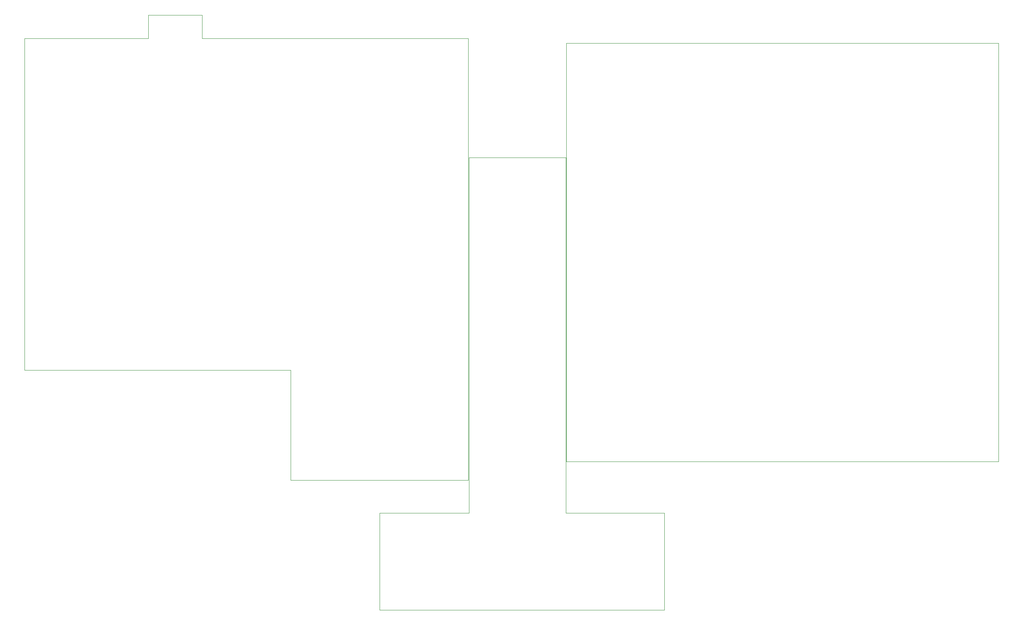
<source format=gm1>
G04 #@! TF.GenerationSoftware,KiCad,Pcbnew,8.0.4*
G04 #@! TF.CreationDate,2024-07-30T01:48:29-07:00*
G04 #@! TF.ProjectId,leverless_controller_3board,6c657665-726c-4657-9373-5f636f6e7472,rev?*
G04 #@! TF.SameCoordinates,Original*
G04 #@! TF.FileFunction,Profile,NP*
%FSLAX46Y46*%
G04 Gerber Fmt 4.6, Leading zero omitted, Abs format (unit mm)*
G04 Created by KiCad (PCBNEW 8.0.4) date 2024-07-30 01:48:29*
%MOMM*%
%LPD*%
G01*
G04 APERTURE LIST*
G04 #@! TA.AperFunction,Profile*
%ADD10C,0.100000*%
G04 #@! TD*
G04 APERTURE END LIST*
D10*
X252530000Y-26000000D02*
X252530000Y-115500000D01*
X252530000Y-115500000D02*
X160000000Y-115500000D01*
X139000000Y-25000000D02*
X139000000Y-119500000D01*
X160000000Y-26000000D02*
X160000000Y-115500000D01*
X159860000Y-126500000D02*
X181000000Y-126500000D01*
X101000000Y-96000000D02*
X44000000Y-96000000D01*
X120000000Y-147250000D02*
X181000000Y-147250000D01*
X101000000Y-119500000D02*
X101000000Y-96000000D01*
X82000000Y-25000000D02*
X82000000Y-20000000D01*
X82000000Y-20000000D02*
X70500000Y-20000000D01*
X139150000Y-50500000D02*
X159860000Y-50500000D01*
X139000000Y-25000000D02*
X82000000Y-25000000D01*
X70500000Y-20000000D02*
X70500000Y-25000000D01*
X139000000Y-119500000D02*
X101000000Y-119500000D01*
X181000000Y-147250000D02*
X181000000Y-126500000D01*
X252530000Y-26000000D02*
X160000000Y-26000000D01*
X120000000Y-126500000D02*
X120000000Y-147250000D01*
X159860000Y-50500000D02*
X159860000Y-126500000D01*
X120000000Y-126500000D02*
X139150000Y-126500000D01*
X139150000Y-50500000D02*
X139150000Y-126500000D01*
X70500000Y-25000000D02*
X44000000Y-25000000D01*
X44000000Y-25000000D02*
X44000000Y-96000000D01*
M02*

</source>
